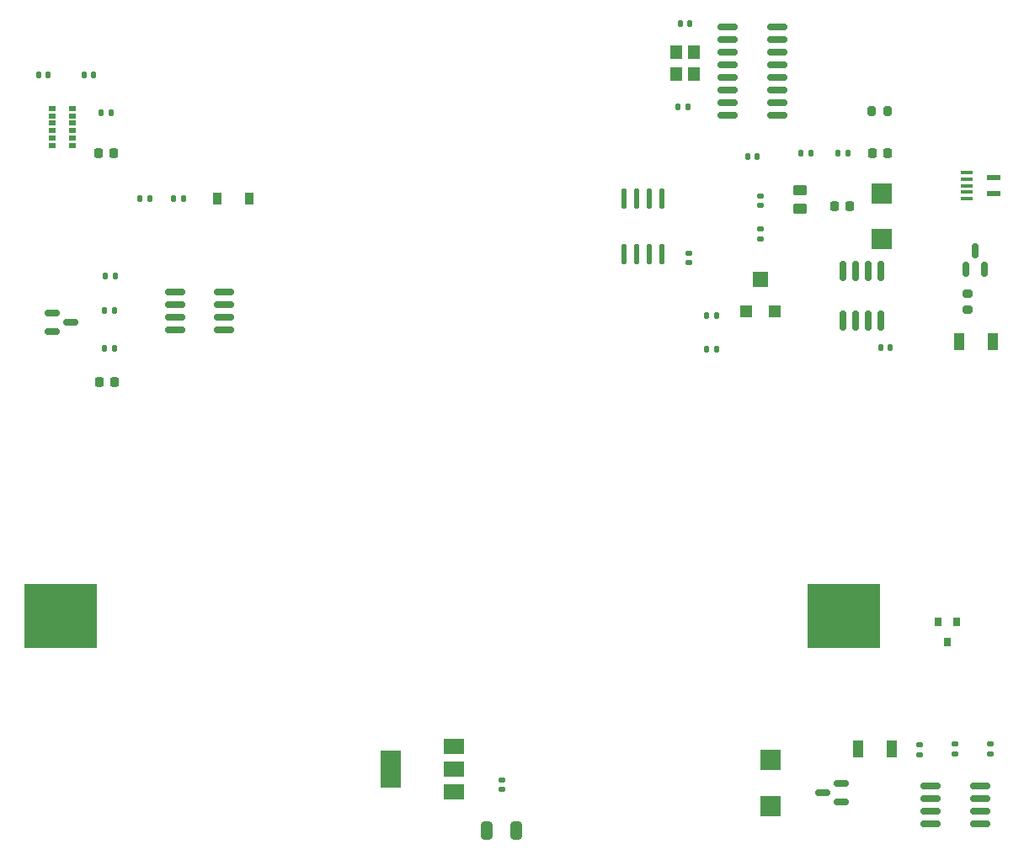
<source format=gbr>
%TF.GenerationSoftware,KiCad,Pcbnew,(6.0.2)*%
%TF.CreationDate,2022-04-04T09:51:22+02:00*%
%TF.ProjectId,main,6d61696e-2e6b-4696-9361-645f70636258,rev?*%
%TF.SameCoordinates,Original*%
%TF.FileFunction,Paste,Top*%
%TF.FilePolarity,Positive*%
%FSLAX46Y46*%
G04 Gerber Fmt 4.6, Leading zero omitted, Abs format (unit mm)*
G04 Created by KiCad (PCBNEW (6.0.2)) date 2022-04-04 09:51:22*
%MOMM*%
%LPD*%
G01*
G04 APERTURE LIST*
G04 Aperture macros list*
%AMRoundRect*
0 Rectangle with rounded corners*
0 $1 Rounding radius*
0 $2 $3 $4 $5 $6 $7 $8 $9 X,Y pos of 4 corners*
0 Add a 4 corners polygon primitive as box body*
4,1,4,$2,$3,$4,$5,$6,$7,$8,$9,$2,$3,0*
0 Add four circle primitives for the rounded corners*
1,1,$1+$1,$2,$3*
1,1,$1+$1,$4,$5*
1,1,$1+$1,$6,$7*
1,1,$1+$1,$8,$9*
0 Add four rect primitives between the rounded corners*
20,1,$1+$1,$2,$3,$4,$5,0*
20,1,$1+$1,$4,$5,$6,$7,0*
20,1,$1+$1,$6,$7,$8,$9,0*
20,1,$1+$1,$8,$9,$2,$3,0*%
G04 Aperture macros list end*
%ADD10RoundRect,0.150000X0.825000X0.150000X-0.825000X0.150000X-0.825000X-0.150000X0.825000X-0.150000X0*%
%ADD11R,7.300000X6.400000*%
%ADD12R,0.800000X0.900000*%
%ADD13RoundRect,0.140000X-0.140000X-0.170000X0.140000X-0.170000X0.140000X0.170000X-0.140000X0.170000X0*%
%ADD14RoundRect,0.135000X-0.135000X-0.185000X0.135000X-0.185000X0.135000X0.185000X-0.135000X0.185000X0*%
%ADD15RoundRect,0.200000X-0.275000X0.200000X-0.275000X-0.200000X0.275000X-0.200000X0.275000X0.200000X0*%
%ADD16RoundRect,0.150000X0.150000X-0.587500X0.150000X0.587500X-0.150000X0.587500X-0.150000X-0.587500X0*%
%ADD17R,0.800000X0.550000*%
%ADD18R,1.250000X0.400000*%
%ADD19R,1.350000X0.600000*%
%ADD20RoundRect,0.225000X0.225000X0.250000X-0.225000X0.250000X-0.225000X-0.250000X0.225000X-0.250000X0*%
%ADD21RoundRect,0.135000X0.135000X0.185000X-0.135000X0.185000X-0.135000X-0.185000X0.135000X-0.185000X0*%
%ADD22R,0.900000X1.200000*%
%ADD23RoundRect,0.150000X-0.150000X0.825000X-0.150000X-0.825000X0.150000X-0.825000X0.150000X0.825000X0*%
%ADD24R,1.100000X1.700000*%
%ADD25RoundRect,0.150000X-0.587500X-0.150000X0.587500X-0.150000X0.587500X0.150000X-0.587500X0.150000X0*%
%ADD26R,2.000000X2.000000*%
%ADD27RoundRect,0.135000X-0.185000X0.135000X-0.185000X-0.135000X0.185000X-0.135000X0.185000X0.135000X0*%
%ADD28RoundRect,0.218750X-0.218750X-0.256250X0.218750X-0.256250X0.218750X0.256250X-0.218750X0.256250X0*%
%ADD29RoundRect,0.150000X-0.825000X-0.150000X0.825000X-0.150000X0.825000X0.150000X-0.825000X0.150000X0*%
%ADD30RoundRect,0.140000X-0.170000X0.140000X-0.170000X-0.140000X0.170000X-0.140000X0.170000X0.140000X0*%
%ADD31RoundRect,0.200000X-0.200000X-0.275000X0.200000X-0.275000X0.200000X0.275000X-0.200000X0.275000X0*%
%ADD32RoundRect,0.250000X0.325000X0.650000X-0.325000X0.650000X-0.325000X-0.650000X0.325000X-0.650000X0*%
%ADD33RoundRect,0.150000X0.587500X0.150000X-0.587500X0.150000X-0.587500X-0.150000X0.587500X-0.150000X0*%
%ADD34RoundRect,0.135000X0.185000X-0.135000X0.185000X0.135000X-0.185000X0.135000X-0.185000X-0.135000X0*%
%ADD35O,0.588000X2.045000*%
%ADD36RoundRect,0.250000X-0.450000X0.262500X-0.450000X-0.262500X0.450000X-0.262500X0.450000X0.262500X0*%
%ADD37R,1.200000X1.400000*%
%ADD38RoundRect,0.140000X0.140000X0.170000X-0.140000X0.170000X-0.140000X-0.170000X0.140000X-0.170000X0*%
%ADD39R,2.000000X1.500000*%
%ADD40R,2.000000X3.800000*%
%ADD41R,1.200000X1.200000*%
%ADD42R,1.600000X1.500000*%
G04 APERTURE END LIST*
D10*
%TO.C,U3*%
X160675000Y-89445000D03*
X160675000Y-88175000D03*
X160675000Y-86905000D03*
X160675000Y-85635000D03*
X160675000Y-84365000D03*
X160675000Y-83095000D03*
X160675000Y-81825000D03*
X160675000Y-80555000D03*
X155725000Y-80555000D03*
X155725000Y-81825000D03*
X155725000Y-83095000D03*
X155725000Y-84365000D03*
X155725000Y-85635000D03*
X155725000Y-86905000D03*
X155725000Y-88175000D03*
X155725000Y-89445000D03*
%TD*%
D11*
%TO.C,BT1*%
X167350000Y-139800000D03*
X88650000Y-139800000D03*
%TD*%
D12*
%TO.C,D1*%
X176850000Y-140400000D03*
X177800000Y-142400000D03*
X178750000Y-140400000D03*
%TD*%
D13*
%TO.C,C10*%
X86400000Y-85400000D03*
X87360000Y-85400000D03*
%TD*%
D14*
%TO.C,R15*%
X93090000Y-105600000D03*
X94110000Y-105600000D03*
%TD*%
D15*
%TO.C,R1*%
X179800000Y-107375000D03*
X179800000Y-109025000D03*
%TD*%
D16*
%TO.C,Q1*%
X179650000Y-104937500D03*
X181550000Y-104937500D03*
X180600000Y-103062500D03*
%TD*%
D17*
%TO.C,U7*%
X89800000Y-92475000D03*
X89800000Y-91725000D03*
X89800000Y-90975000D03*
X89800000Y-90225000D03*
X89800000Y-89475000D03*
X89800000Y-88725000D03*
X87800000Y-88725000D03*
X87800000Y-89475000D03*
X87800000Y-90225000D03*
X87800000Y-90975000D03*
X87800000Y-91725000D03*
X87800000Y-92475000D03*
%TD*%
D18*
%TO.C,U4*%
X179775000Y-97820000D03*
X179775000Y-97170000D03*
X179775000Y-96520000D03*
X179775000Y-95870000D03*
X179775000Y-95220000D03*
D19*
X182425000Y-97320000D03*
X182425000Y-95720000D03*
%TD*%
D14*
%TO.C,R7*%
X153580000Y-109600000D03*
X154600000Y-109600000D03*
%TD*%
D20*
%TO.C,C2*%
X167975000Y-98600000D03*
X166425000Y-98600000D03*
%TD*%
D21*
%TO.C,R4*%
X167800000Y-93200000D03*
X166780000Y-93200000D03*
%TD*%
D13*
%TO.C,C6*%
X150720000Y-88600000D03*
X151680000Y-88600000D03*
%TD*%
D22*
%TO.C,D7*%
X104350000Y-97800000D03*
X107650000Y-97800000D03*
%TD*%
D23*
%TO.C,U1*%
X171105000Y-105125000D03*
X169835000Y-105125000D03*
X168565000Y-105125000D03*
X167295000Y-105125000D03*
X167295000Y-110075000D03*
X168565000Y-110075000D03*
X169835000Y-110075000D03*
X171105000Y-110075000D03*
%TD*%
D10*
%TO.C,Q3*%
X105075000Y-111005000D03*
X105075000Y-109735000D03*
X105075000Y-108465000D03*
X105075000Y-107195000D03*
X100125000Y-107195000D03*
X100125000Y-108465000D03*
X100125000Y-109735000D03*
X100125000Y-111005000D03*
%TD*%
D14*
%TO.C,R17*%
X93080000Y-112900000D03*
X94100000Y-112900000D03*
%TD*%
%TO.C,R12*%
X96580000Y-97800000D03*
X97600000Y-97800000D03*
%TD*%
D24*
%TO.C,D5*%
X172200000Y-153200000D03*
X168800000Y-153200000D03*
%TD*%
D25*
%TO.C,U8*%
X87800000Y-109300000D03*
X87800000Y-111200000D03*
X89675000Y-110250000D03*
%TD*%
D26*
%TO.C,D2*%
X171200000Y-101900000D03*
X171200000Y-97300000D03*
%TD*%
D21*
%TO.C,R5*%
X164110000Y-93200000D03*
X163090000Y-93200000D03*
%TD*%
D27*
%TO.C,R3*%
X159000000Y-100890000D03*
X159000000Y-101910000D03*
%TD*%
D21*
%TO.C,R8*%
X154620000Y-113000000D03*
X153600000Y-113000000D03*
%TD*%
D26*
%TO.C,D6*%
X160000000Y-154300000D03*
X160000000Y-158900000D03*
%TD*%
D28*
%TO.C,D8*%
X92412500Y-93200000D03*
X93987500Y-93200000D03*
%TD*%
D29*
%TO.C,U6*%
X176125000Y-156895000D03*
X176125000Y-158165000D03*
X176125000Y-159435000D03*
X176125000Y-160705000D03*
X181075000Y-160705000D03*
X181075000Y-159435000D03*
X181075000Y-158165000D03*
X181075000Y-156895000D03*
%TD*%
D14*
%TO.C,R16*%
X93080000Y-109100000D03*
X94100000Y-109100000D03*
%TD*%
D30*
%TO.C,C4*%
X133000000Y-156320000D03*
X133000000Y-157280000D03*
%TD*%
D31*
%TO.C,R6*%
X170175000Y-89000000D03*
X171825000Y-89000000D03*
%TD*%
D32*
%TO.C,C5*%
X134475000Y-161400000D03*
X131525000Y-161400000D03*
%TD*%
D28*
%TO.C,D9*%
X92512500Y-116300000D03*
X94087500Y-116300000D03*
%TD*%
D33*
%TO.C,Q2*%
X167137500Y-158550000D03*
X167137500Y-156650000D03*
X165262500Y-157600000D03*
%TD*%
D13*
%TO.C,C11*%
X91000000Y-85400000D03*
X91960000Y-85400000D03*
%TD*%
D34*
%TO.C,R10*%
X182100000Y-153710000D03*
X182100000Y-152690000D03*
%TD*%
D35*
%TO.C,U5*%
X149105000Y-97828000D03*
X147835000Y-97828000D03*
X146565000Y-97828000D03*
X145295000Y-97828000D03*
X145295000Y-103372000D03*
X146565000Y-103372000D03*
X147835000Y-103372000D03*
X149105000Y-103372000D03*
%TD*%
D30*
%TO.C,C3*%
X159000000Y-97520000D03*
X159000000Y-98480000D03*
%TD*%
D24*
%TO.C,D3*%
X179000000Y-112200000D03*
X182400000Y-112200000D03*
%TD*%
D36*
%TO.C,R2*%
X163000000Y-96975000D03*
X163000000Y-98800000D03*
%TD*%
D30*
%TO.C,C9*%
X151800000Y-103320000D03*
X151800000Y-104280000D03*
%TD*%
D13*
%TO.C,C8*%
X150920000Y-80200000D03*
X151880000Y-80200000D03*
%TD*%
D34*
%TO.C,R9*%
X178600000Y-153710000D03*
X178600000Y-152690000D03*
%TD*%
D37*
%TO.C,X1*%
X150525000Y-83100000D03*
X150525000Y-85300000D03*
X152275000Y-85300000D03*
X152275000Y-83100000D03*
%TD*%
D38*
%TO.C,C1*%
X172080000Y-112800000D03*
X171120000Y-112800000D03*
%TD*%
D14*
%TO.C,R14*%
X92690000Y-89200000D03*
X93710000Y-89200000D03*
%TD*%
D27*
%TO.C,R11*%
X175000000Y-152790000D03*
X175000000Y-153810000D03*
%TD*%
D13*
%TO.C,C7*%
X157720000Y-93600000D03*
X158680000Y-93600000D03*
%TD*%
D14*
%TO.C,R13*%
X99980000Y-97800000D03*
X101000000Y-97800000D03*
%TD*%
D39*
%TO.C,U2*%
X128150000Y-157500000D03*
D40*
X121850000Y-155200000D03*
D39*
X128150000Y-155200000D03*
X128150000Y-152900000D03*
%TD*%
D28*
%TO.C,D4*%
X170225000Y-93200000D03*
X171800000Y-93200000D03*
%TD*%
D41*
%TO.C,RV1*%
X160400000Y-109200000D03*
D42*
X159000000Y-105950000D03*
D41*
X157600000Y-109200000D03*
%TD*%
M02*

</source>
